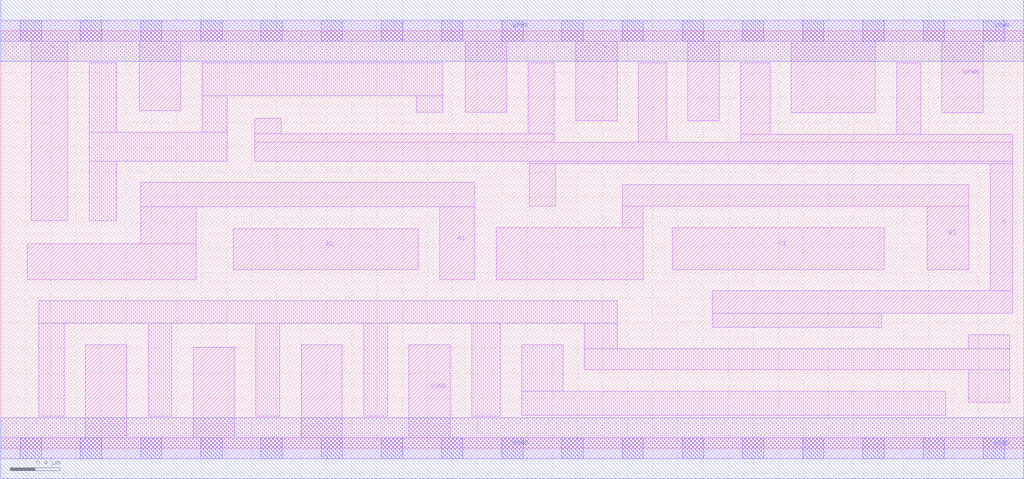
<source format=lef>
# Copyright 2020 The SkyWater PDK Authors
#
# Licensed under the Apache License, Version 2.0 (the "License");
# you may not use this file except in compliance with the License.
# You may obtain a copy of the License at
#
#     https://www.apache.org/licenses/LICENSE-2.0
#
# Unless required by applicable law or agreed to in writing, software
# distributed under the License is distributed on an "AS IS" BASIS,
# WITHOUT WARRANTIES OR CONDITIONS OF ANY KIND, either express or implied.
# See the License for the specific language governing permissions and
# limitations under the License.
#
# SPDX-License-Identifier: Apache-2.0

VERSION 5.7 ;
  NAMESCASESENSITIVE ON ;
  NOWIREEXTENSIONATPIN ON ;
  DIVIDERCHAR "/" ;
  BUSBITCHARS "[]" ;
UNITS
  DATABASE MICRONS 200 ;
END UNITS
MACRO sky130_fd_sc_lp__o211ai_4
  CLASS CORE ;
  SOURCE USER ;
  FOREIGN sky130_fd_sc_lp__o211ai_4 ;
  ORIGIN  0.000000  0.000000 ;
  SIZE  8.160000 BY  3.330000 ;
  SYMMETRY X Y R90 ;
  SITE unit ;
  PIN A1
    ANTENNAGATEAREA  1.260000 ;
    DIRECTION INPUT ;
    USE SIGNAL ;
    PORT
      LAYER li1 ;
        RECT 0.210000 1.345000 1.560000 1.630000 ;
        RECT 1.115000 1.630000 1.560000 1.925000 ;
        RECT 1.115000 1.925000 3.780000 2.120000 ;
        RECT 3.500000 1.345000 3.780000 1.925000 ;
    END
  END A1
  PIN A2
    ANTENNAGATEAREA  1.260000 ;
    DIRECTION INPUT ;
    USE SIGNAL ;
    PORT
      LAYER li1 ;
        RECT 1.855000 1.425000 3.330000 1.750000 ;
    END
  END A2
  PIN B1
    ANTENNAGATEAREA  1.260000 ;
    DIRECTION INPUT ;
    USE SIGNAL ;
    PORT
      LAYER li1 ;
        RECT 3.950000 1.345000 5.125000 1.760000 ;
        RECT 4.955000 1.760000 5.125000 1.930000 ;
        RECT 4.955000 1.930000 7.720000 2.100000 ;
        RECT 7.390000 1.425000 7.720000 1.930000 ;
    END
  END B1
  PIN C1
    ANTENNAGATEAREA  1.260000 ;
    DIRECTION INPUT ;
    USE SIGNAL ;
    PORT
      LAYER li1 ;
        RECT 5.355000 1.425000 7.045000 1.760000 ;
    END
  END C1
  PIN Y
    ANTENNADIFFAREA  2.587200 ;
    DIRECTION OUTPUT ;
    USE SIGNAL ;
    PORT
      LAYER li1 ;
        RECT 2.025000 2.290000 8.070000 2.440000 ;
        RECT 2.025000 2.440000 4.415000 2.510000 ;
        RECT 2.025000 2.510000 2.235000 2.630000 ;
        RECT 4.205000 2.510000 4.415000 3.075000 ;
        RECT 4.215000 1.930000 4.425000 2.270000 ;
        RECT 4.215000 2.270000 8.070000 2.290000 ;
        RECT 5.085000 2.440000 5.310000 3.075000 ;
        RECT 5.675000 0.965000 7.025000 1.075000 ;
        RECT 5.675000 1.075000 8.070000 1.255000 ;
        RECT 5.900000 2.440000 8.070000 2.505000 ;
        RECT 5.900000 2.505000 6.135000 3.075000 ;
        RECT 7.145000 2.505000 7.335000 3.075000 ;
        RECT 7.890000 1.255000 8.070000 2.270000 ;
    END
  END Y
  PIN VGND
    DIRECTION INOUT ;
    USE GROUND ;
    PORT
      LAYER li1 ;
        RECT 0.000000 -0.085000 8.160000 0.085000 ;
        RECT 0.675000  0.085000 1.005000 0.825000 ;
        RECT 1.535000  0.085000 1.865000 0.805000 ;
        RECT 2.395000  0.085000 2.725000 0.825000 ;
        RECT 3.255000  0.085000 3.585000 0.825000 ;
      LAYER mcon ;
        RECT 0.155000 -0.085000 0.325000 0.085000 ;
        RECT 0.635000 -0.085000 0.805000 0.085000 ;
        RECT 1.115000 -0.085000 1.285000 0.085000 ;
        RECT 1.595000 -0.085000 1.765000 0.085000 ;
        RECT 2.075000 -0.085000 2.245000 0.085000 ;
        RECT 2.555000 -0.085000 2.725000 0.085000 ;
        RECT 3.035000 -0.085000 3.205000 0.085000 ;
        RECT 3.515000 -0.085000 3.685000 0.085000 ;
        RECT 3.995000 -0.085000 4.165000 0.085000 ;
        RECT 4.475000 -0.085000 4.645000 0.085000 ;
        RECT 4.955000 -0.085000 5.125000 0.085000 ;
        RECT 5.435000 -0.085000 5.605000 0.085000 ;
        RECT 5.915000 -0.085000 6.085000 0.085000 ;
        RECT 6.395000 -0.085000 6.565000 0.085000 ;
        RECT 6.875000 -0.085000 7.045000 0.085000 ;
        RECT 7.355000 -0.085000 7.525000 0.085000 ;
        RECT 7.835000 -0.085000 8.005000 0.085000 ;
      LAYER met1 ;
        RECT 0.000000 -0.245000 8.160000 0.245000 ;
    END
  END VGND
  PIN VPWR
    DIRECTION INOUT ;
    USE POWER ;
    PORT
      LAYER li1 ;
        RECT 0.000000 3.245000 8.160000 3.415000 ;
        RECT 0.245000 1.815000 0.535000 3.245000 ;
        RECT 1.105000 2.690000 1.435000 3.245000 ;
        RECT 3.705000 2.680000 4.035000 3.245000 ;
        RECT 4.585000 2.610000 4.915000 3.245000 ;
        RECT 5.480000 2.610000 5.730000 3.245000 ;
        RECT 6.305000 2.675000 6.975000 3.245000 ;
        RECT 7.505000 2.675000 7.835000 3.245000 ;
      LAYER mcon ;
        RECT 0.155000 3.245000 0.325000 3.415000 ;
        RECT 0.635000 3.245000 0.805000 3.415000 ;
        RECT 1.115000 3.245000 1.285000 3.415000 ;
        RECT 1.595000 3.245000 1.765000 3.415000 ;
        RECT 2.075000 3.245000 2.245000 3.415000 ;
        RECT 2.555000 3.245000 2.725000 3.415000 ;
        RECT 3.035000 3.245000 3.205000 3.415000 ;
        RECT 3.515000 3.245000 3.685000 3.415000 ;
        RECT 3.995000 3.245000 4.165000 3.415000 ;
        RECT 4.475000 3.245000 4.645000 3.415000 ;
        RECT 4.955000 3.245000 5.125000 3.415000 ;
        RECT 5.435000 3.245000 5.605000 3.415000 ;
        RECT 5.915000 3.245000 6.085000 3.415000 ;
        RECT 6.395000 3.245000 6.565000 3.415000 ;
        RECT 6.875000 3.245000 7.045000 3.415000 ;
        RECT 7.355000 3.245000 7.525000 3.415000 ;
        RECT 7.835000 3.245000 8.005000 3.415000 ;
      LAYER met1 ;
        RECT 0.000000 3.085000 8.160000 3.575000 ;
    END
  END VPWR
  OBS
    LAYER li1 ;
      RECT 0.305000 0.255000 0.505000 0.995000 ;
      RECT 0.305000 0.995000 4.915000 1.175000 ;
      RECT 0.705000 1.815000 0.925000 2.290000 ;
      RECT 0.705000 2.290000 1.805000 2.520000 ;
      RECT 0.705000 2.520000 0.925000 3.075000 ;
      RECT 1.175000 0.255000 1.365000 0.995000 ;
      RECT 1.605000 2.520000 1.805000 2.810000 ;
      RECT 1.605000 2.810000 3.525000 3.075000 ;
      RECT 2.035000 0.255000 2.225000 0.995000 ;
      RECT 2.895000 0.255000 3.085000 0.995000 ;
      RECT 3.315000 2.680000 3.525000 2.810000 ;
      RECT 3.755000 0.255000 3.985000 0.995000 ;
      RECT 4.155000 0.265000 7.535000 0.455000 ;
      RECT 4.155000 0.455000 4.485000 0.825000 ;
      RECT 4.655000 0.625000 8.045000 0.795000 ;
      RECT 4.655000 0.795000 4.915000 0.995000 ;
      RECT 7.715000 0.365000 8.045000 0.625000 ;
      RECT 7.715000 0.795000 8.045000 0.905000 ;
  END
END sky130_fd_sc_lp__o211ai_4

</source>
